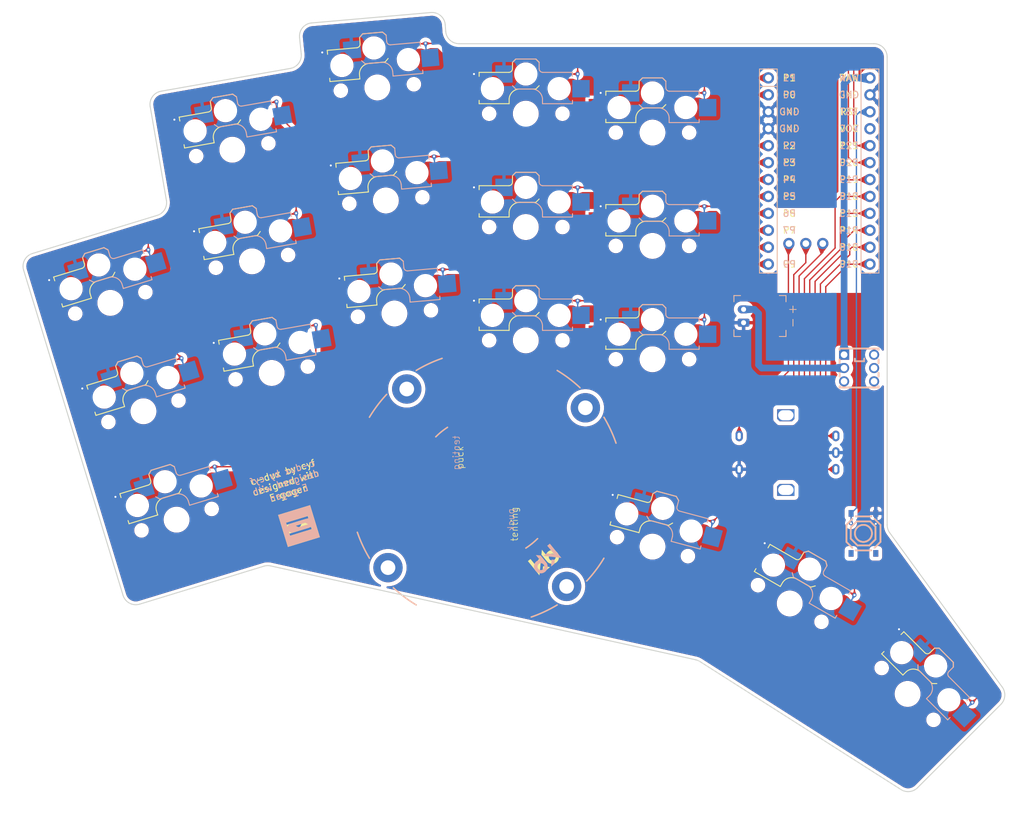
<source format=kicad_pcb>
(kicad_pcb (version 20240108) (generator "pcbnew") (generator_version "8.0")
  (title_block (title "c-dux") (date "2025-02-10") (rev "v1.0.0") (company "Unknown"))
  (layers (0 "F.Cu" signal) (31 "B.Cu" signal) (34 "B.Paste" user) (35 "F.Paste" user) (36 "B.SilkS" user "B.Silkscreen") (37 "F.SilkS" user "F.Silkscreen") (38 "B.Mask" user) (39 "F.Mask" user) (44 "Edge.Cuts" user))
  (net 0 "")
  (net 1 "P102")
  (net 2 "GND")
  (net 3 "P2")
  (net 4 "P0")
  (net 5 "P101")
  (net 6 "P3")
  (net 7 "P1")
  (net 8 "P7")
  (net 9 "P4")
  (net 10 "P21")
  (net 11 "P8")
  (net 12 "P5")
  (net 13 "P20")
  (net 14 "P9")
  (net 15 "P6")
  (net 16 "P19")
  (net 17 "P107")
  (net 18 "P15")
  (net 19 "P14")
  (net 20 "RAW")
  (net 21 "RST")
  (net 22 "VCC")
  (net 23 "P18")
  (net 24 "P16")
  (net 25 "P10")
  (net 26 "BRAW")
  (footprint "ceoloide:switch_choc_v1_v2" (layer "F.Cu") (at 197.411087 89.850184)
    (property "Reference" "S12" (hide yes))
    (property "Value" "")
  )
  (footprint "ceoloide:utility_ergogen_logo" (layer "F.Cu") (at 163.388127 151.702873 17)
    (property "Reference" "LOGO1" (hide yes))
    (property "Value" "")
  )
  (footprint "ceoloide:rotary_encoder_ec11_ec12" (layer "F.Cu") (at 236.411087 140.683517 90)
    (property "Reference" "RE1" (hide yes))
    (property "Value" "")
  )
  (footprint "TentingPuck_NoHole" (layer "F.Cu") (at 191.541087 145.950184 39)
    (property "Reference" "TP1" (hide yes))
    (property "Value" "Tenting Puck, no hole" (hide yes))
  )
  (footprint "ceoloide:switch_choc_v1_v2" (layer "F.Cu") (at 176.420883 102.868402 5)
    (property "Reference" "S8" (hide yes))
    (property "Value" "")
  )
  (footprint "easyeda2kicad:SW-TH_5.8ZSPT" (layer "F.Cu") (at 247.4 128 90)
    (property "Reference" "SW1" (hide yes))
    (property "Value" "SW_Push_Lock")
  )
  (footprint "ceoloide:switch_choc_v1_v2" (layer "F.Cu") (at 177.703291 119.821143 5)
    (property "Reference" "S7" (hide yes))
    (property "Value" "")
  )
  (footprint "ceoloide:switch_choc_v1_v2" (layer "F.Cu") (at 153.38711 95.254933 10)
    (property "Reference" "S6" (hide yes))
    (property "Value" "")
  )
  (footprint "ceoloide:switch_choc_v1_v2" (layer "F.Cu") (at 159.291148 128.738397 10)
    (property "Reference" "S4" (hide yes))
    (property "Value" "")
  )
  (footprint "ceoloide:switch_choc_v1_v2" (layer "F.Cu") (at 216.411087 92.683517)
    (property "Reference" "S15" (hide yes))
    (property "Value" "")
  )
  (footprint "ceoloide:switch_choc_v1_v2" (layer "F.Cu") (at 216.410744 154.790192 -15)
    (property "Reference" "S16" (hide yes))
    (property "Value" "")
  )
  (footprint "ceoloide:switch_choc_v1_v2" (layer "F.Cu") (at 216.411087 109.683517)
    (property "Reference" "S14" (hide yes))
    (property "Value" "")
  )
  (footprint "ceoloide:battery_connector_jst_ph_2" (layer "F.Cu") (at 230.075 120.2 90)
    (property "Reference" "JST1" (hide yes))
    (property "Value" "")
  )
  (footprint "ceoloide:switch_choc_v1_v2" (layer "F.Cu") (at 145.029681 150.742819 17)
    (property "Reference" "S1" (hide yes))
    (property "Value" "")
  )
  (footprint "ceoloide:switch_choc_v1_v2" (layer "F.Cu") (at 216.411087 126.683517)
    (property "Reference" "S13" (hide yes))
    (property "Value" "")
  )
  (footprint "easyeda2kicad:SW-SMD_4P-L5.1-W5.1-P3.70-LS6.5-TL_H1.5" (layer "F.Cu") (at 248.050003 152.799998 -90)
    (property "Reference" "SW2" (hide yes))
    (property "Value" "SW-SMD_4P")
  )
  (footprint "ceoloide:switch_choc_v1_v2" (layer "F.Cu") (at 135.089043 118.228457 17)
    (property "Reference" "S3" (hide yes))
    (property "Value" "")
  )
  (footprint "ceoloide:switch_choc_v1_v2" (layer "F.Cu") (at 254.677386 176.883448 -45)
    (property "Reference" "S18" (hide yes))
    (property "Value" "")
  )
  (footprint "ceoloide:switch_choc_v1_v2" (layer "F.Cu") (at 236.998381 163.31787 -30)
    (property "Reference" "S17" (hide yes))
    (property "Value" "")
  )
  (footprint "ceoloide:switch_choc_v1_v2" (layer "F.Cu") (at 156.339129 111.996665 10)
    (property "Reference" "S5" (hide yes))
    (property "Value" "")
  )
  (footprint "ceoloide:mcu_supermini_nrf52840" (layer "F.Cu") (at 241.411087 97.183517)
    (property "Reference" "MCU1" (hide yes))
    (property "Value" "")
  )
  (footprint "ceoloide:switch_choc_v1_v2" (layer "F.Cu") (at 175.138474 85.915661 5)
    (property "Reference" "S9" (hide yes))
    (property "Value" "")
  )
  (footprint "ceoloide:switch_choc_v1_v2" (layer "F.Cu") (at 197.411087 106.850184)
    (property "Reference" "S11" (hide yes))
    (property "Value" "")
  )
  (footprint "ceoloide:switch_choc_v1_v2" (layer "F.Cu") (at 197.411087 123.850184)
    (property "Reference" "S10" (hide yes))
    (property "Value" "")
  )
  (footprint "ceoloide:switch_choc_v1_v2" (layer "F.Cu") (at 140.059362 134.485638 17)
    (property "Reference" "S2" (hide yes))
    (property "Value" "")
  )
  (gr_arc (start 268.871974 175.854386) (mid 269.24998 177.187962) (end 268.670201 178.446983) (stroke (width 0.15)) (layer "Edge.Cuts"))
  (gr_arc (start 163.723604 80.886372) (mid 163.329747 82.295995) (end 162.081326 83.059929) (stroke (width 0.15)) (layer "Edge.Cuts"))
  (gr_arc (start 222.886297 171.760126) (mid 223.219451 171.864928) (end 223.529298 172.026082) (stroke (width 0.15)) (layer "Edge.Cuts"))
  (gr_arc (start 158.11623 157.721623) (mid 158.621631 157.635799) (end 159.132244 157.681284) (stroke (width 0.15)) (layer "Edge.Cuts"))
  (gr_line (start 222.886297 171.760126) (end 159.132244 157.681284) (stroke (width 0.15)) (layer "Edge.Cuts"))
  (gr_line (start 253.677255 191.224221) (end 223.529298 172.026083) (stroke (width 0.15)) (layer "Edge.Cuts"))
  (gr_arc (start 187.392199 79.350184) (mid 186.029743 78.81432) (end 185.397368 77.493882) (stroke (width 0.15)) (layer "Edge.Cuts"))
  (gr_arc (start 163.472196 78.433736) (mid 163.92016 76.95565) (end 165.28746 76.237405) (stroke (width 0.15)) (layer "Edge.Cuts"))
  (gr_line (start 143.500461 102.847564) (end 141.070415 88.788716) (stroke (width 0.15)) (layer "Edge.Cuts"))
  (gr_line (start 251.9951 152.710137) (end 268.871974 175.854386) (stroke (width 0.15)) (layer "Edge.Cuts"))
  (gr_line (start 268.670201 178.446983) (end 256.16574 190.951443) (stroke (width 0.15)) (layer "Edge.Cuts"))
  (gr_line (start 165.28746 76.237405) (end 183.158259 74.673912) (stroke (width 0.15)) (layer "Edge.Cuts"))
  (gr_arc (start 249.611087 79.350184) (mid 251.025315 79.935965) (end 251.611087 81.350184) (stroke (width 0.15)) (layer "Edge.Cuts"))
  (gr_arc (start 122.084531 113.315956) (mid 122.231238 111.792268) (end 123.412397 110.818603) (stroke (width 0.15)) (layer "Edge.Cuts"))
  (gr_arc (start 183.158259 74.673912) (mid 184.62989 75.144116) (end 185.327402 76.522604) (stroke (width 0.15)) (layer "Edge.Cuts"))
  (gr_line (start 163.723604 80.886372) (end 163.472196 78.433736) (stroke (width 0.15)) (layer "Edge.Cuts"))
  (gr_line (start 187.392199 79.350184) (end 249.611087 79.350184) (stroke (width 0.15)) (layer "Edge.Cuts"))
  (gr_line (start 123.412397 110.818603) (end 142.114428 105.100818) (stroke (width 0.15)) (layer "Edge.Cuts"))
  (gr_arc (start 139.492841 163.415364) (mid 137.969163 163.268648) (end 136.995488 162.087498) (stroke (width 0.15)) (layer "Edge.Cuts"))
  (gr_arc (start 143.500461 102.847564) (mid 143.233193 104.236075) (end 142.114428 105.100818) (stroke (width 0.15)) (layer "Edge.Cuts"))
  (gr_line (start 185.327402 76.522604) (end 185.397368 77.493882) (stroke (width 0.15)) (layer "Edge.Cuts"))
  (gr_line (start 158.11623 157.721623) (end 139.492841 163.415364) (stroke (width 0.15)) (layer "Edge.Cuts"))
  (gr_line (start 251.611087 81.350184) (end 251.611087 151.531754) (stroke (width 0.15)) (layer "Edge.Cuts"))
  (gr_arc (start 256.16574 190.951443) (mid 254.969449 191.525329) (end 253.677255 191.224221) (stroke (width 0.15)) (layer "Edge.Cuts"))
  (gr_arc (start 251.9951 152.710137) (mid 251.709527 152.15144) (end 251.611087 151.531754) (stroke (width 0.15)) (layer "Edge.Cuts"))
  (gr_arc (start 141.070416 88.788716) (mid 141.404841 87.298171) (end 142.693896 86.478456) (stroke (width 0.15)) (layer "Edge.Cuts"))
  (gr_line (start 136.995488 162.087498) (end 122.084531 113.315956) (stroke (width 0.15)) (layer "Edge.Cuts"))
  (gr_line (start 142.693896 86.478456) (end 162.081326 83.059929) (stroke (width 0.15)) (layer "Edge.Cuts"))
  (gr_text "c-dux by cyf\ndesigned with\nErgogen" (at 161.4 145.2 17) (layer "B.SilkS") (effects (font (size 1 1)) (justify mirror)))
  (gr_text "c-dux by cyf\ndesigned with\nErgogen" (at 161.4 145.2 17) (layer "F.SilkS") (effects (font (size 1 1))))
  (segment (start 225.8 141.5) (end 224.5 142.8) (width 0.2) (layer "F.Cu") (net 1))
  (segment (start 237.6 129.3) (end 236.1 130.8) (width 0.2) (layer "F.Cu") (net 1))
  (segment (start 237.6 114) (end 237.6 129.3) (width 0.2) (layer "F.Cu") (net 1))
  (segment (start 224.5 142.8) (end 150.745723 142.8) (width 0.2) (layer "F.Cu") (net 1))
  (segment (start 150.745723 142.8) (end 150.725339 142.779616) (width 0.2) (layer "F.Cu") (net 1))
  (segment (start 225.8 134.5) (end 225.8 141.5) (width 0.2) (layer "F.Cu") (net 1))
  (segment (start 146.421967 144.095288) (end 150.725339 142.779616) (width 0.2) (layer "F.Cu") (net 1))
  (segment (start 229.5 130.8) (end 225.8 134.5) (width 0.2) (layer "F.Cu") (net 1))
  (segment (start 239.411087 109.328717) (end 239.411087 112.188913) (width 0.2) (layer "F.Cu") (net 1))
  (segment (start 239.411087 112.188913) (end 237.6 114) (width 0.2) (layer "F.Cu") (net 1))
  (segment (start 236.1 130.8) (end 229.5 130.8) (width 0.2) (layer "F.Cu") (net 1))
  (via (at 150.725339 142.779616) (size 0.6) (drill 0.3) (layers "F.Cu" "B.Cu") (net 1))
  (segment (start 151.368557 144.883486) (end 150.725339 142.779616) (width 0.2) (layer "B.Cu") (net 1))
  (segment (start 249.9 149.8) (end 249.899999 151.372428) (width 0.2) (layer "F.Cu") (net 2))
  (via (at 130.884481 131.068815) (size 0.6) (drill 0.3) (layers "F.Cu" "B.Cu") (net 2))
  (via (at 208.636087 103.733517) (size 0.6) (drill 0.3) (layers "F.Cu" "B.Cu") (net 2))
  (via (at 168.156892 97.618679) (size 0.6) (drill 0.3) (layers "F.Cu" "B.Cu") (net 2))
  (via (at 147.649042 107.487173) (size 0.6) (drill 0.3) (layers "F.Cu" "B.Cu") (net 2))
  (via (at 249.899999 151.372428) (size 0.6) (drill 0.3) (layers "F.Cu" "B.Cu") (net 2))
  (via (at 125.914162 114.811634) (size 0.6) (drill 0.3) (layers "F.Cu" "B.Cu") (net 2))
  (via (at 253.386916 167.178407) (size 0.6) (drill 0.3) (layers "F.Cu" "B.Cu") (net 2))
  (via (at 144.697023 90.745442) (size 0.6) (drill 0.3) (layers "F.Cu" "B.Cu") (net 2))
  (via (at 233.240034 154.277519) (size 0.6) (drill 0.3) (layers "F.Cu" "B.Cu") (net 2))
  (via (at 189.636087 117.900184) (size 0.6) (drill 0.3) (layers "F.Cu" "B.Cu") (net 2))
  (via (at 189.636087 100.900184) (size 0.6) (drill 0.3) (layers "F.Cu" "B.Cu") (net 2))
  (via (at 150.601061 124.228905) (size 0.6) (drill 0.3) (layers "F.Cu" "B.Cu") (net 2))
  (via (at 135.8548 147.325996) (size 0.6) (drill 0.3) (layers "F.Cu" "B.Cu") (net 2))
  (via (at 208.636087 120.733517) (size 0.6) (drill 0.3) (layers "F.Cu" "B.Cu") (net 2))
  (via (at 169.439301 114.57142) (size 0.6) (drill 0.3) (layers "F.Cu" "B.Cu") (net 2))
  (via (at 210.440644 147.030615) (size 0.6) (drill 0.3) (layers "F.Cu" "B.Cu") (net 2))
  (via (at 189.636087 83.900184) (size 0.6) (drill 0.3) (layers "F.Cu" "B.Cu") (net 2))
  (via (at 208.636087 86.733517) (size 0.6) (drill 0.3) (layers "F.Cu" "B.Cu") (net 2))
  (via (at 166.874483 80.665938) (size 0.6) (drill 0.3) (layers "F.Cu" "B.Cu") (net 2))
  (segment (start 173.922177 114.17922) (end 169.439301 114.57142) (width 0.2) (layer "B.Cu") (net 2))
  (segment (start 194.136087 117.900184) (end 189.636087 117.900184) (width 0.2) (layer "B.Cu") (net 2))
  (segment (start 194.136087 83.900184) (end 189.636087 83.900184) (width 0.2) (layer "B.Cu") (net 2))
  (segment (start 149.128658 89.964025) (end 144.697023 90.745442) (width 0.2) (layer "B.Cu") (net 2))
  (segment (start 213.136087 120.733517) (end 208.636087 120.733517) (width 0.2) (layer "B.Cu") (net 2))
  (segment (start 152.080677 106.705757) (end 147.649042 107.487173) (width 0.2) (layer "B.Cu") (net 2))
  (segment (start 237.137148 156.527519) (end 233.240034 154.277519) (width 0.2) (layer "B.Cu") (net 2))
  (segment (start 130.217533 113.495961) (end 125.914162 114.811634) (width 0.2) (layer "B.Cu") (net 2))
  (segment (start 155.032696 123.447488) (end 150.601061 124.228905) (width 0.2) (layer "B.Cu") (net 2))
  (segment (start 214.78731 148.195301) (end 210.440644 147.030615) (width 0.2) (layer "B.Cu") (net 2))
  (segment (start 140.158171 146.010323) (end 135.8548 147.325996) (width 0.2) (layer "B.Cu") (net 2))
  (segment (start 171.35736 80.273738) (end 166.874483 80.665938) (width 0.2) (layer "B.Cu") (net 2))
  (segment (start 249.9 149.8) (end 249.899999 151.372428) (width 0.2) (layer "B.Cu") (net 2))
  (segment (start 213.136087 103.733517) (end 208.636087 103.733517) (width 0.2) (layer "B.Cu") (net 2))
  (segment (start 256.568897 170.360388) (end 253.386916 167.178407) (width 0.2) (layer "B.Cu") (net 2))
  (segment (start 135.187852 129.753142) (end 130.884481 131.068815) (width 0.2) (layer "B.Cu") (net 2))
  (segment (start 213.136087 86.733517) (end 208.636087 86.733517) (width 0.2) (layer "B.Cu") (net 2))
  (segment (start 194.136087 100.900184) (end 189.636087 100.900184) (width 0.2) (layer "B.Cu") (net 2))
  (segment (start 172.639768 97.226479) (end 168.156892 97.618679) (width 0.2) (layer "B.Cu") (net 2))
  (segment (start 161.2 102.8) (end 148 102.8) (width 0.2) (layer "F.Cu") (net 3))
  (segment (start 233.791087 94.643517) (end 231.443517 94.643517) (width 0.2) (layer "F.Cu") (net 3))
  (segment (start 141.451648 127.838108) (end 145.75502 126.522435) (width 0.2) (layer "F.Cu") (net 3))
  (segment (start 162.2 95.2) (end 162.2 101.8) (width 0.2) (layer "F.Cu") (net 3))
  (segment (start 205.2 93.6) (end 163.8 93.6) (width 0.2) (layer "F.Cu") (net 3))
  (segment (start 231.443517 94.643517) (end 227.987034 98.1) (width 0.2) (layer "F.Cu") (net 3))
  (segment (start 209.7 98.1) (end 205.2 93.6) (width 0.2) (layer "F.Cu") (net 3))
  (segment (start 144.8 106) (end 144.8 125.567415) (width 0.2) (layer "F.Cu") (net 3))
  (segment (start 148 102.8) (end 144.8 106) (width 0.2) (layer "F.Cu") (net 3))
  (segment (start 227.987034 98.1) (end 209.7 98.1) (width 0.2) (layer "F.Cu") (net 3))
  (segment (start 162.2 101.8) (end 161.2 102.8) (width 0.2) (layer "F.Cu") (net 3))
  (segment (start 163.8 93.6) (end 162.2 95.2) (width 0.2) (layer "F.Cu") (net 3))
  (segment (start 144.8 125.567415) (end 145.75502 126.522435) (width 0.2) (layer "F.Cu") (net 3))
  (via (at 145.75502 126.522435) (size 0.6) (drill 0.3) (layers "F.Cu" "B.Cu") (net 3))
  (segment (start 146.398238 128.626305) (end 145.75502 126.522435) (width 0.2) (layer "B.Cu") (net 3))
  (segment (start 210.1 97.4) (end 205.7 93) (width 0.2) (layer "F.Cu") (net 4))
  (segment (start 147.4 102) (end 140.784701 108.615299) (width 0.2) (layer "F.Cu") (net 4))
  (segment (start 161.4 95) (end 161.4 101.4) (width 0.2) (layer "F.Cu") (net 4))
  (segment (start 136.481329 111.580927) (end 140.784701 110.265254) (width 0.2) (layer "F.Cu") (net 4))
  (segment (start 161.4 101.4) (end 160.8 102) (width 0.2) (layer "F.Cu") (net 4))
  (segment (start 140.784701 108.615299) (end 140.784701 110.265254) (width 0.2) (layer "F.Cu") (net 4))
  (segment (start 160.8 102) (end 147.4 102) (width 0.2) (layer "F.Cu") (net 4))
  (segment (start 227.4 97.4) (end 210.1 97.4) (width 0.2) (layer "F.Cu") (net 4))
  (segment (start 205.7 93) (end 163.4 93) (width 0.2) (layer "F.Cu") (net 4))
  (segment (start 231 93.8) (end 227.4 97.4) (width 0.2) (layer "F.Cu") (net 4))
  (segment (start 231.576483 87.023517) (end 231 87.6) (width 0.2) (layer "F.Cu") (net 4))
  (segment (start 233.791087 87.023517) (end 231.576483 87.023517) (width 0.2) (layer "F.Cu") (net 4))
  (segment (start 231 87.6) (end 231 93.8) (width 0.2) (layer "F.Cu") (net 4))
  (segment (start 163.4 93) (end 161.4 95) (width 0.2) (layer "F.Cu") (net 4))
  (via (at 140.784701 110.265254) (size 0.6) (drill 0.3) (layers "F.Cu" "B.Cu") (net 4))
  (segment (start 141.427919 112.369124) (end 140.784701 110.265254) (width 0.2) (layer "B.Cu") (net 4))
  (segment (start 236.8 128.5) (end 235.5 129.8) (width 0.2) (layer "F.Cu") (net 5))
  (segment (start 236.8 109.399804) (end 236.8 128.5) (width 0.2) (layer "F.Cu") (net 5))
  (segment (start 236.871087 109.328717) (end 236.8 109.399804) (width 0.2) (layer "F.Cu") (net 5))
  (segment (start 182.2 127.8) (end 167.6 127.8) (width 0.2) (layer "F.Cu") (net 5))
  (segment (start 167.6 127.8) (end 165.914821 126.114821) (width 0.2) (layer "F.Cu") (net 5))
  (segment (start 235.5 129.8) (end 184.2 129.8) (width 0.2) (layer "F.Cu") (net 5))
  (segment (start 165.914821 126.114821) (end 165.914821 121.528676) (width 0.2) (layer "F.Cu") (net 5))
  (segment (start 184.2 129.8) (end 182.2 127.8) (width 0.2) (layer "F.Cu") (net 5))
  (segment (start 161.483186 122.310093) (end 165.914821 121.528676) (width 0.2) (layer "F.Cu") (net 5))
  (via (at 165.914821 121.528676) (size 0.6) (drill 0.3) (layers "F.Cu" "B.Cu") (net 5))
  (segment (start 166.296847 123.695253) (end 165.914821 121.528676) (width 0.2) (layer "B.Cu") (net 5))
  (segment (start 204.6 94.2) (end 209.4 99) (width 0.2) (layer "F.Cu") (net 6))
  (segment (start 162.962802 104.786944) (end 162.962802 95.537198) (width 0.2) (layer "F.Cu") (net 6))
  (segment (start 162.962802 95.537198) (end 164.3 94.2) (width 0.2) (layer "F.Cu") (net 6))
  (segment (start 164.3 94.2) (end 204.6 94.2) (width 0.2) (layer "F.Cu") (net 6))
  (segment (start 228.7 99) (end 230.516483 97.183517) (width 0.2) (layer "F.Cu") (net 6))
  (segment (start 158.531167 105.568361) (end 162.962802 104.786944) (width 0.2) (layer "F.Cu") (net 6))
  (segment (start 209.4 99) (end 228.7 99) (width 0.2) (layer "F.Cu") (net 6))
  (segment (start 230.516483 97.183517) (end 233.791087 97.183517) (width 0.2) (layer "F.Cu") (net 6))
  (via (at 162.962802 104.786944) (size 0.6) (drill 0.3) (layers "F.Cu" "B.Cu") (net 6))
  (segment (start 163.344828 106.953521) (end 162.962802 104.786944) (width 0.2) (layer "B.Cu") (net 6))
  (segment (start 210.5 96.6) (end 206.3 92.4) (width 0.2) (layer "F.Cu") (net 7))
  (segment (start 160.010783 89.810783) (end 160.010783 88.045212) (width 0.2) (layer "F.Cu") (net 7))
  (segment (start 233.791087 84.483517) (end 231.116483 84.483517) (width 0.2) (layer "F.Cu") (net 7))
  (segment (start 231.116483 84.483517) (end 230.2 85.4) (width 0.2) (layer "F.Cu") (net 7))
  (segment (start 230.2 85.4) (end 230.2 93.434314) (width 0.2) (layer "F.Cu") (net 7))
  (segment (start 206.3 92.4) (end 162.6 92.4) (width 0.2) (layer "F.Cu") (net 7))
  (segment (start 227.034314 96.6) (end 210.5 96.6) (width 0.2) (layer "F.Cu") (net 7))
  (segment (start 230.2 93.434314) (end 227.034314 96.6) (width 0.2) (layer "F.Cu") (net 7))
  (segment (start 162.6 92.4) (end 160.010783 89.810783) (width 0.2) (layer "F.Cu") (net 7))
  (segment (start 155.579148 88.826629) (end 160.010783 88.045212) (width 0.2) (layer "F.Cu") (net 7))
  (via (at 160.010783 88.045212) (size 0.6) (drill 0.3) (layers "F.Cu" "B.Cu") (net 7))
  (segment (start 160.392809 90.211789) (end 160.010783 88.045212) (width 0.2) (layer "B.Cu") (net 7))
  (segment (start 224.1 111.1) (end 222 113.2) (width 0.2) (layer "F.Cu") (net 8))
  (segment (start 233.791087 107.343517) (end 231.056483 107.343517) (width 0.2) (layer "F.Cu") (net 8))
  (segment (start 184.946277 113.2) (end 184.930128 113.216149) (width 0.2) (layer "F.Cu") (net 8))
  (segment (start 222 113.2) (end 184.946277 113.2) (width 0.2) (layer "F.Cu") (net 8))
  (segment (start 230.4 110.6) (end 229.9 111.1) (width 0.2) (layer "F.Cu") (net 8))
  (segment (start 230.4 108) (end 230.4 110.6) (width 0.2) (layer "F.Cu") (net 8))
  (segment (start 229.9 111.1) (end 224.1 111.1) (width 0.2) (layer "F.Cu") (net 8))
  (segment (start 231.056483 107.343517) (end 230.4 108) (width 0.2) (layer "F.Cu") (net 8))
  (segment (start 180.447252 113.60835) (end 184.930128 113.216149) (width 0.2) (layer "F.Cu") (net 8))
  (via (at 184.930128 113.216149) (size 0.6) (drill 0.3) (layers "F.Cu" "B.Cu") (net 8))
  (segment (start 185.121871 115.407777) (end 184.930128 113.216149) (width 0.2) (layer "B.Cu") (net 8))
  (segment (start 179.164844 96.655609) (end 183.64772 96.263408) (width 0.2) (layer "F.Cu") (net 9))
  (segment (start 205.463408 96.263408) (end 183.64772 96.263408) (width 0.2) (layer "F.Cu") (net 9))
  (segment (start 233.791087 99.723517) (end 208.923517 99.723517) (width 0.2) (layer "F.Cu") (net 9))
  (segment (start 208.923517 99.723517) (end 205.463408 96.263408) (width 0.2) (layer "F.Cu") (net 9))
  (via (at 183.64772 96.263408) (size 0.6) (drill 0.3) (layers "F.Cu" "B.Cu") (net 9))
  (segment (start 183.839462 98.455036) (end 183.64772 96.263408) (width 0.2) (layer "B.Cu") (net 9))
  (segment (start 185.6 80.4) (end 184.510667 79.310667) (width 0.2) (layer "F.Cu") (net 10))
  (segment (start 177.882435 79.702868) (end 182.365311 79.310667) (width 0.2) (layer "F.Cu") (net 10))
  (segment (start 247.243517 94.643517) (end 246.6 94) (width 0.2) (layer "F.Cu") (net 10))
  (segment (start 184.510667 79.310667) (end 182.365311 79.310667) (width 0.2) (layer "F.Cu") (net 10))
  (segment (start 249.031087 94.643517) (end 247.243517 94.643517) (width 0.2) (layer "F.Cu") (net 10))
  (segment (start 245.4 80.4) (end 185.6 80.4) (width 0.2) (layer "F.Cu") (net 10))
  (segment (start 246.6 81.6) (end 245.4 80.4) (width 0.2) (layer "F.Cu") (net 10))
  (segment (start 246.6 94) (end 246.6 81.6) (width 0.2) (layer "F.Cu") (net 10))
  (via (at 182.365311 79.310667) (size 0.6) (drill 0.3) (layers "F.Cu" "B.Cu") (net 10))
  (segment (start 182.557054 81.502295) (end 182.365311 79.310667) (width 0.2) (layer "B.Cu") (net 10))
  (segment (start 222.6 117.9) (end 205.186271 117.9) (width 0.2) (layer "F.Cu") (net 11))
  (segment (start 224.6 111.8) (end 223.4 113) (width 0.2) (layer "F.Cu") (net 11))
  (segment (start 200.686087 117.900184) (end 205.186087 117.900184) (width 0.2) (layer "F.Cu") (net 11))
  (segment (start 205.186271 117.9) (end 205.186087 117.900184) (width 0.2) (layer "F.Cu") (net 11))
  (segment (start 233.791087 109.883517) (end 231.516483 109.883517) (width 0.2) (layer "F.Cu") (net 11))
  (segment (start 231 111.15) (end 230.35 111.8) (width 0.2) (layer "F.Cu") (net 11))
  (segment (start 231 110.4) (end 231 111.15) (width 0.2) (layer "F.Cu") (net 11))
  (segment (start 223.4 113) (end 223.4 117.1) (width 0.2) (layer "F.Cu") (net 11))
  (segment (start 223.4 117.1) (end 222.6 117.9) (width 0.2) (layer "F.Cu") (net 11))
  (segment (start 231.516483 109.883517) (end 231 110.4) (width 0.2) (layer "F.Cu") (net 11))
  (segment (start 230.35 111.8) (end 224.6 111.8) (width 0.2) (layer "F.Cu") (net 11))
  (via (at 205.186087 117.900184) (size 0.6) (drill 0.3) (layers "F.Cu" "B.Cu") (net 11))
  (segment (start 205.186087 120.100184) (end 205.186087 117.900184) (width 0.2) (layer "B.Cu") (net 11))
  (segment (start 226.7 100.9) (end 205.186271 100.9) (width 0.2) (layer "F.Cu") (net 12))
  (segment (start 200.686087 100.900184) (end 205.186087 100.900184) (width 0.2) (layer "F.Cu") (net 12))
  (segment (start 233.791087 102.263517) (end 228.063517 102.263517) (width 0.2) (layer "F.Cu") (net 12))
  (segment (start 205.186271 100.9) (end 205.186087 100.900184) (width 0.2) (layer "F.Cu") (net 12))
  (segment (start 228.063517 102.263517) (end 226.7 100.9) (width 0.2) (layer "F.Cu") (net 12))
  (via (at 205.186087 100.900184) (size 0.6) (drill 0.3) (layers "F.Cu" "B.Cu") (net 12))
  (segment (start 205.186087 103.100184) (end 205.186087 100.900184) (width 0.2) (layer "B.Cu") (net 12))
  (segment (start 200.686087 83.900184) (end 205.186087 83.900184) (width 0.2) (layer "F.Cu") (net 13))
  (segment (start 206.17 81.03) (end 205.186087 82.013913) (width 0.2) (layer "F.Cu") (net 13))
  (segment (start 205.186087 82.013913) (end 205.186087 83.900184) (width 0.2) (layer "F.Cu") (net 13))
  (segment (start 244.63 81.03) (end 206.17 81.03) (width 0.2) (layer "F.Cu") (net 13))
  (segment (start 246.583517 97.183517) (end 245.8 96.4) (width 0.2) (layer "F.Cu") (net 13))
  (segment (start 245.8 82.2) (end 244.63 81.03) (width 0.2) (layer "F.Cu") (net 13))
  (segment (start 249.031087 97.183517) (end 246.583517 97.183517) (width 0.2) (layer "F.Cu") (net 13))
  (segment (start 245.8 96.4) (end 245.8 82.2) (width 0.2) (layer "F.Cu") (net 13))
  (via (at 205.186087 83.900184) (size 0.6) (drill 0.3) (layers "F.Cu" "B.Cu") (net 13))
  (segment (start 205.186087 86.100184) (end 205.186087 83.900184) (width 0.2) (layer "B.Cu") (net 13))
  (segment (start 219.686087 120.733517) (end 224.186087 120.733517) (width 0.2) (layer "F.Cu") (net 14))
  (segment (start 225.376483 112.423517) (end 224.2 113.6) (width 0.2) (layer "F.Cu") (net 14))
  (segment (start 224.2 113.6) (end 224.2 120.719604) (width 0.2) (layer "F.Cu") (net 14))
  (segment (start 233.791087 112.423517) (end 225.376483 112.423517) (width 0.2) (layer "F.Cu") (net 14))
  (segment (start 224.2 120.719604) (end 224.186087 120.733517) (width 0.2) (layer "F.Cu") (net 14))
  (via (at 224.186087 120.733517) (size 0.6) (drill 0.3) (layers "F.Cu" "B.Cu") (net 14))
  (segment (start 224.186087 122.933517) (end 224.186087 120.733517) (width 0.2) (layer "B.Cu") (net 14))
  (segment (start 227.403517 104.803517) (end 226.333517 103.733517) (width 0.2) (layer "F.Cu") (net 15))
  (segment (start 233.791087 104.803517) (end 227.403517 104.803517) (width 0.2) (layer "F.Cu") (net 15))
  (segment (start 219.686087 103.733517) (end 224.186087 103.733517) (width 0.2) (layer "F.Cu") (net 15))
  (segment (start 226.333517 103.733517) (end 224.186087 103.733517) (width 0.2) (layer "F.Cu") (net 15))
  (via (at 224.186087 103.733517) (size 0.6) (drill 0.3) (layers "F.Cu" "B.Cu") (net 15))
  (segment (start 224.186087 105.933517) (end 224.186087 103.733517) (width 0.2) (layer "B.Cu") (net 15))
  (segment (start 245 82.62) (end 244.03 81.65) (width 0.2) (layer "F.Cu") (net 16))
  (segment (start 219.686087 86.733517) (end 224.186087 86.733517) (width 0.2) (layer "F.Cu") (net 16))
  (segment (start 224.2 83) (end 224.2 86.719604) (width 0.2) (layer "F.Cu") (net 16))
  (segment (start 224.2 86.719604) (end 224.186087 86.733517) (width 0.2) (layer "F.Cu") (net 16))
  (segment (start 249.031087 99.768913) (end 245.568913 99.768913) (width 0.2) (layer "F.Cu") (net 16))
  (segment (start 249.031087 99.723517) (end 249.031087 99.768913) (width 0.2) (layer "F.Cu") (net 16))
  (segment (start 225.55 81.65) (end 224.2 83) (width 0.2) (layer "F.Cu") (net 16))
  (segment (start 245.568913 99.768913) (end 245 99.2) (width 0.2) (layer "F.Cu") (net 16))
  (segment (start 245 99.2) (end 245 82.62) (width 0.2) (layer "F.Cu") (net 16))
  (segment (start 244.03 81.65) (end 225.55 81.65) (width 0.2) (layer "F.Cu") (net 16))
  (via (at 224.186087 86.733517) (size 0.6) (drill 0.3) (layers "F.Cu" "B.Cu") (net 16))
  (segment (start 224.186087 88.933517) (end 224.186087 86.733517) (width 0.2) (layer "B.Cu") (net 16))
  (segment (start 227.25 134.95) (end 227.25 149.25) (width 0.2) (layer "F.Cu") (net 17))
  (segment (start 236.9 131.8) (end 230.4 131.8) (width 0.2) (layer "F.Cu") (net 17))
  (segment (start 221.114124 149.890565) (end 225.460791 151.055251) (width 0.2) (layer "F.Cu") (net 17))
  (segment (start 241.951087 109.328717) (end 241.951087 110.648913) (width 0.2) (layer "F.Cu") (net 17))
  (segment (start 230.4 131.8) (end 227.25 134.95) (width 0.2) (layer "F.Cu") (net 17))
  (segment (start 238.4 130.3) (end 236.9 131.8) (width 0.2) (layer "F.Cu") (net 17))
  (segment (start 238.4 114.2) (end 238.4 130.3) (width 0.2) (layer "F.Cu") (net 17))
  (segment (start 241.951087 110.648913) (end 238.4 114.2) (width 0.2) (layer "F.Cu") (net 17))
  (segment (start 225.460791 151.039209) (end 225.460791 151.055251) (width 0.2) (layer "F.Cu") (net 17))
  (segment (start 227.25 149.25) (end 225.460791 151.039209) (width 0.2) (layer "F.Cu") (net 17))
  (via (at 225.460791 151.055251) (size 0.6) (drill 0.3) (layers "F.Cu" "B.Cu") (net 17))
  (segment (start 224.891389 153.180288) (end 225.460791 151.055251) (width 0.2) (layer "B.Cu") (net 17))
  (segment (start 244.6 105.4) (end 244.6 110.2) (width 0.2) (layer "F.Cu") (net 18))
  (segment (start 242.809614 159.802519) (end 246.706729 162.052519) (width 0.2) (layer "F.Cu") (net 18))
  (segment (start 240 153) (end 246.706729 159.706729) (width 0.2) (layer "F.Cu") (net 18))
  (segment (start 245.196483 104.803517) (end 244.6 105.4) (width 0.2) (layer "F.Cu") (net 18))
  (segment (start 244.6 110.2) (end 240 114.8) (width 0.2) (layer "F.Cu") (net 18))
  (segment (start 240 114.8) (end 240 153) (width 0.2) (layer "F.Cu") (net 18))
  (segment (start 246.706729 159.706729) (end 246.706729 162.052519) (width 0.2) (layer "F.Cu") (net 18))
  (segment (start 249.031087 104.803517) (end 245.196483 104.803517) (width 0.2) (layer "F.Cu") (net 18))
  (via (at 246.706729 162.052519) (size 0.6) (drill 0.3) (layers "F.Cu" "B.Cu") (net 18))
  (segment (start 245.606729 163.957775) (end 246.706729 162.052519) (width 0.2) (layer "B.Cu") (net 18))
  (segment (start 253.7 162.8) (end 250.9 162.8) (width 0.2) (layer "F.Cu") (net 19))
  (segment (start 245.3 110.5) (end 245.3 108.7) (width 0.2) (layer "F.Cu") (net 19))
  (segment (start 261.200446 174.991937) (end 264.382427 178.173918) (width 0.2) (layer "F.Cu") (net 19))
  (segment (start 265.4 174.5) (end 253.7 162.8) (width 0.2) (layer "F.Cu") (net 19))
  (segment (start 264.382427 178.173918) (end 265.4 177.156345) (width 0.2) (layer "F.Cu") (net 19))
  (segment (start 245.3 108.7) (end 246.656483 107.343517) (width 0.2) (layer "F.Cu") (net 19))
  (segment (start 265.4 177.156345) (end 265.4 174.5) (width 0.2) (layer "F.Cu") (net 19))
  (segment (start 240.8 152.7) (end 240.8 115) (width 0.2) (layer "F.Cu") (net 19))
  (segment (start 246.656483 107.343517) (end 249.031087 107.343517) (width 0.2) (layer "F.Cu") (net 19))
  (segment (start 250.9 162.8) (end 240.8 152.7) (width 0.2) (layer "F.Cu") (net 19))
  (segment (start 240.8 115) (end 245.3 110.5) (width 0.2) (layer "F.Cu") (net 19))
  (via (at 264.382427 178.173918) (size 0.6) (drill 0.3) (layers "F.Cu" "B.Cu") (net 19))
  (segment (start 262.826792 179.729553) (end 264.382427 178.173918) (width 0.2) (layer "B.Cu") (net 19))
  (segment (start 249.031087 84.483517) (end 246.016483 84.483517) (width 1) (layer "B.Cu") (net 20))
  (segment (start 246.016483 84.483517) (end 245.15 85.35) (width 1) (layer "B.Cu") (net 20))
  (segment (start 245.15 85.35) (end 245.15 126) (width 1) (layer "B.Cu") (net 20))
  (segment (start 246.2 151.27243) (end 246.183518 151.288915) (width 0.2) (layer "F.Cu") (net 21))
  (segment (start 246.2 149.8) (end 246.2 151.27243) (width 0.2) (layer "F.Cu") (net 21))
  (via (at 246.183518 151.288915) (size 0.6) (drill 0.3) (layers "F.Cu" "B.Cu") (net 21))
  (segment (start 247 90.063517) (end 247.5 89.563517) (width 0.2) (layer "B.Cu") (net 21))
  (segment (start 247.5 89.563517) (end 249.031087 89.563517) (width 0.2) (layer "B.Cu") (net 21))
  (segment (start 246.199999 149.8) (end 247 148.999999) (width 0.2) (layer "B.Cu") (net 21))
  (segment (start 246.2 149.8) (end 246.2 151.27243) (width 0.2) (layer "B.Cu") (net 21))
  (segment (start 247 148.999999) (end 247 90.063517) (width 0.2) (layer "B.Cu") (net 21))
  (segment (start 246.2 151.27243) (end 246.183518 151.288915) (width 0.2) (layer "B.Cu") (net 21))
  (segment (start 246.199999 149.8) (end 246.3 149.8) (width 0.4) (layer "B.Cu") (net 21))
  (segment (start 244.536483 102.263517) (end 243.8 103) (width 0.2) (layer "F.Cu") (net 23))
  (segment (start 231 132.8) (end 229.411087 134.388913) (width 0.2) (layer "F.Cu") (net 23))
  (segment (start 243.8 110) (end 239.2 114.6) (width 0.2) (layer "F.Cu") (net 23))
  (segment (start 249.031087 102.263517) (end 244.536483 102.263517) (width 0.2) (layer "F.Cu") (net 23))
  (segment (start 243.8 103) (end 243.8 110) (width 0.2) (layer "F.Cu") (net 23))
  (segment (start 239.2 114.6) (end 239.2 131.2) (width 0.2) (layer "F.Cu") (net 23))
  (segment (start 237.6 132.8) (end 231 132.8) (width 0.2) (layer "F.Cu") (net 23))
  (segment (start 239.2 131.2) (end 237.6 132.8) (width 0.2) (layer "F.Cu") (net 23))
  (segment (start 229.411087 134.388913) (end 229.411087 138.183517) (width 0.2) (layer "F.Cu") (net 23))
  (segment (start 246.316483 109.883517) (end 246 110.2) (width 0.2) (layer "F.Cu") (net 24))
  (segment (start 241.6 142.6) (end 242.183517 143.183517) (width 0.2) (layer "F.Cu") (net 24))
  (segment (start 246 110.2) (end 246 111) (width 0.2) (layer "F.Cu") (net 24))
  (segment (start 246 111) (end 241.6 115.4) (width 0.2) (layer "F.Cu") (net 24))
  (segment (start 241.6 115.4) (end 241.6 142.6) (width 0.2) (layer "F.Cu") (net 24))
  (segment (start 249.031087 109.883517) (end 246.316483 109.883517) (width 0.2) (layer "F.Cu") (net 24))
  (segment (start 242.183517 143.183517) (end 243.911087 143.183517) (width 0.2) (layer "F.Cu") (net 24))
  (segment (start 242.4 137.8) (end 242.783517 138.183517) (width 0.2) (layer "F.Cu") (net 25))
  (segment (start 242.4 115.8) (end 242.4 137.8) (width 0.2) (layer "F.Cu") (net 25))
  (segment (start 242.783517 138.183517) (end 243.911087 138.183517) (width 0.2) (layer "F.Cu") (net 25))
  (segment (start 249.031087 112.423517) (end 245.776483 112.423517) (width 0.2) (layer "F.Cu") (net 25))
  (segment (start 245.776483 112.423517) (end 242.4 115.8) (width 0.2) (layer "F.Cu") (net 25))
  (segment (start 232.32 127.52) (end 232.8 128) (width 1) (layer "B.Cu") (net 26))
  (segment (start 231.7 119.2) (end 232.32 119.82) (width 1) (layer "B.Cu") (net 26))
  (segment (start 232.32 119.82) (end 232.32 127.52) (width 1) (layer "B.Cu") (net 26))
  (segment (start 231.7 119.2) (end 230.075 119.2) (width 1) (layer "B.Cu") (net 26))
  (segment (start 232.8 128) (end 245.150001 128) (width 1) (layer "B.Cu") (net 26))
  (zone (net 0) (net_name "") (layer "F.Cu") (connect_pads (clearance 0)) (min_thickness 0.3)
    (keepout (tracks allowed) (vias allowed) (pads allowed) (copperpour not_allowed) (footprints allowed))
    (fill (thermal_gap 0.5) (thermal_bridge_width 0.5))
    (polygon (pts (xy 231.64 87.65) (xy 231.64 94) (xy 233.54 94) (xy 233.58 93.96) (xy 233.58 87.66) (xy 233.57 87.65)))
  )
  (zone (net 0) (net_name "") (layer "F.Cu") (connect_pads (clearance 0)) (min_thickness 0.3)
    (keepout (tracks allowed) (vias allowed) (pads allowed) (copperpour not_allowed) (footprints allowed))
    (fill (thermal_gap 0.5) (thermal_bridge_width 0.5))
    (polygon (pts (xy 242.15 139.5) (xy 242.15 141.89) (xy 245.06 141.89) (xy 245.06 139.52) (xy 245.06 139.5)))
  )
  (zone (net 0) (net_name "") (layers "F&B.Cu") (connect_pads thru_hole_only (clearance 0)) (min_thickness 0.25)
    (keepout (tracks allowed) (vias allowed) (pads allowed) (copperpour not_allowed) (footprints allowed))
    (fill (thermal_gap 0.5) (thermal_bridge_width 0.5))
    (polygon (pts (xy 235.127784 116.744278) (xy 247.697606 116.731996) (xy 247.712772 103.986822) (xy 235.131573 103.980054)))
  )
  (zone (net 0) (net_name "") (layers "F&B.Cu") (connect_pads thru_hole_only (clearance 0)) (min_thickness 0.25)
    (keepout (tracks allowed) (vias allowed) (pads allowed) (copperpour not_allowed) (footprints allowed))
    (fill (thermal_gap 0.5) (thermal_bridge_width 0.5))
    (polygon (pts (xy 244.3 98.5) (xy 244.3 102) (xy 248.5 102) (xy 248.5 98.5)))
  )
  (zone (net 0) (net_name "") (layers "F&B.Cu") (connect_pads (clearance 0)) (min_thickness 0.25)
    (keepout (tracks allowed) (vias allowed) (pads allowed) (copperpour not_allowed) (footprints allowed))
    (fill (thermal_gap 0.5) (thermal_bridge_width 0.5))
    (polygon (pts (xy 246 89) (xy 247.7 89) (xy 248.9 89) (xy 248.9 85.3) (xy 246 85.3)))
  )
  (zone (net 2) (net_name "GND") (layers "F&B.Cu") (connect_pads (clearance 0.6)) (min_thickness 0.3) (fill yes (thermal_gap 0.5) (thermal_bridge_width 0.5))
    (polygon (pts (xy 118.541386 111.097167) (xy 152.541386 72.797167) (xy 257.441386 72.797167) (xy 272.141386 87.497167) (xy 272.141386 178.397167) (xy 253.833809 196.704744) (xy 133.775719 164.815985)))
  )
)
</source>
